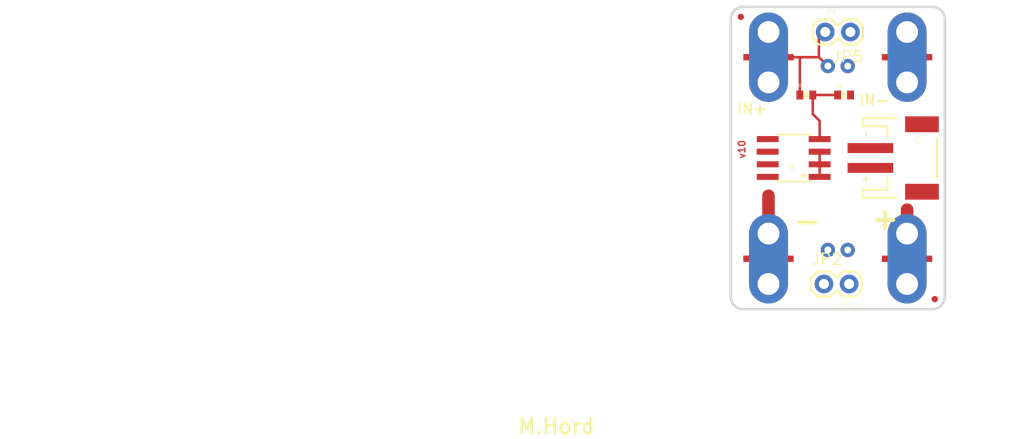
<source format=kicad_pcb>
(kicad_pcb (version 20211014) (generator pcbnew)
  (layers (0 "F.Cu" signal) (1 "In1.Cu" signal) (2 "In2.Cu" signal) (31 "B.Cu" signal) (34 "B.Paste" user) (35 "F.Paste" user) (36 "B.SilkS" user "B.Silkscreen") (37 "F.SilkS" user "F.Silkscreen") (38 "B.Mask" user) (39 "F.Mask" user) (44 "Edge.Cuts" user))
  (net 0 "")
  (net 1 "GND")
  (net 2 "OUT-")
  (net 3 "TRIG+")
  (net 4 "V_BATT")
  (net 5 "N$1")
  (footprint "boardEagle:BUTTONHOLE" (layer "F.Cu") (at 141.5161 112.6236 -90)
    (fp_text reference "BH4" hide)
    (fp_text value "OUT-" hide)
    (fp_poly (pts (xy 5.36017 -1.948624) (xy 5.634637 -1.888917) (xy 5.897812 -1.790758) (xy 6.144339 -1.656144) (xy 6.3692 -1.487816) (xy 6.567816 -1.2892) (xy 6.736144 -1.064339) (xy 6.870758 -0.817812) (xy 6.968917 -0.554637) (xy 7.028624 -0.28017) (xy 7.048662 0) (xy 7.028624 0.28017) (xy 6.968917 0.554637) (xy 6.870758 0.817812) (xy 6.736144 1.064339) (xy 6.567816 1.2892) (xy 6.3692 1.487816) (xy 6.144339 1.656144) (xy 5.897812 1.790758) (xy 5.634637 1.888917) (xy 5.36017 1.948624) (xy 5.082268 1.9685) (xy -0.002268 1.9685) (xy -0.28017 1.948624) (xy -0.554637 1.888917) (xy -0.817812 1.790758) (xy -1.064339 1.656144) (xy -1.2892 1.487816) (xy -1.487816 1.2892) (xy -1.656144 1.064339) (xy -1.790758 0.817812) (xy -1.888917 0.554637) (xy -1.948624 0.28017) (xy -1.968662 0) (xy -1.948624 -0.28017) (xy -1.888917 -0.554637) (xy -1.790758 -0.817812) (xy -1.656144 -1.064339) (xy -1.487816 -1.2892) (xy -1.2892 -1.487816) (xy -1.064339 -1.656144) (xy -0.817812 -1.790758) (xy -0.554637 -1.888917) (xy -0.28017 -1.948624) (xy -0.002268 -1.9685) (xy 5.082268 -1.9685)) (layer "F.Cu") (width 0) (fill solid))
    (fp_poly (pts (xy 5.36017 -1.948624) (xy 5.634637 -1.888917) (xy 5.897812 -1.790758) (xy 6.144339 -1.656144) (xy 6.3692 -1.487816) (xy 6.567816 -1.2892) (xy 6.736144 -1.064339) (xy 6.870758 -0.817812) (xy 6.968917 -0.554637) (xy 7.028624 -0.28017) (xy 7.048662 0) (xy 7.028624 0.28017) (xy 6.968917 0.554637) (xy 6.870758 0.817812) (xy 6.736144 1.064339) (xy 6.567816 1.2892) (xy 6.3692 1.487816) (xy 6.144339 1.656144) (xy 5.897812 1.790758) (xy 5.634637 1.888917) (xy 5.36017 1.948624) (xy 5.082268 1.9685) (xy -0.002268 1.9685) (xy -0.28017 1.948624) (xy -0.554637 1.888917) (xy -0.817812 1.790758) (xy -1.064339 1.656144) (xy -1.2892 1.487816) (xy -1.487816 1.2892) (xy -1.656144 1.064339) (xy -1.790758 0.817812) (xy -1.888917 0.554637) (xy -1.948624 0.28017) (xy -1.968662 0) (xy -1.948624 -0.28017) (xy -1.888917 -0.554637) (xy -1.790758 -0.817812) (xy -1.656144 -1.064339) (xy -1.487816 -1.2892) (xy -1.2892 -1.487816) (xy -1.064339 -1.656144) (xy -0.817812 -1.790758) (xy -0.554637 -1.888917) (xy -0.28017 -1.948624) (xy -0.002268 -1.9685) (xy 5.082268 -1.9685)) (layer "B.Cu") (width 0) (fill solid))
    (pad "1" thru_hole circle (at 0 0 270) (size 3.81 3.81) (drill 2.2) (layers *.Cu *.Mask))
    (pad "P$1" smd rect (at 2.54 -1.905) (size 1.27 0.635) (layers "F.Cu" "F.Paste" "F.Mask") (net 2 "OUT-"))
    (pad "P$2" thru_hole circle (at 5.08 0 270) (size 3.81 3.81) (drill 2.2) (layers *.Cu *.Mask))
    (pad "P$3" smd rect (at 2.54 1.905) (size 1.27 0.635) (layers "F.Cu" "F.Paste" "F.Mask"))
  )
  (footprint "boardEagle:JST-2-SMD" (layer "F.Cu") (at 155.4861 105.0036 -90)
    (fp_text reference "JP1" (at -1.27 -1.27 -90) (layer "F.SilkS") (effects (font (size 0.373888 0.373888) (thickness 0.032512)) (justify left bottom)))
    (fp_text value "JST-SMT")
    (fp_line (start 4 4.5) (end 4 1) (layer "F.SilkS") (width 0.2032))
    (fp_line (start 2 -3) (end -2 -3) (layer "F.SilkS") (width 0.2032))
    (fp_line (start 2 2) (end 3.2 2) (layer "F.SilkS") (width 0.2032))
    (fp_line (start -3.2 2) (end -2 2) (layer "F.SilkS") (width 0.2032))
    (fp_line (start -4 4.5) (end -3.2 4.5) (layer "F.SilkS") (width 0.2032))
    (fp_line (start -3.2 4.5) (end -3.2 2) (layer "F.SilkS") (width 0.2032))
    (fp_line (start 3.2 4.5) (end 4 4.5) (layer "F.SilkS") (width 0.2032))
    (fp_line (start 3.2 2) (end 3.2 4.5) (layer "F.SilkS") (width 0.2032))
    (fp_line (start -4 1) (end -4 4.5) (layer "F.SilkS") (width 0.2032))
    (pad "1" smd rect (at -1 3.7 270) (size 1 4.6) (layers "F.Cu" "F.Paste" "F.Mask") (net 1 "GND"))
    (pad "2" smd rect (at 1 3.7 270) (size 1 4.6) (layers "F.Cu" "F.Paste" "F.Mask") (net 4 "V_BATT"))
    (pad "NC1" smd rect (at -3.4 -1.5) (size 3.4 1.6) (layers "F.Cu" "F.Paste" "F.Mask"))
    (pad "NC2" smd rect (at 3.4 -1.5) (size 3.4 1.6) (layers "F.Cu" "F.Paste" "F.Mask"))
  )
  (footprint "boardEagle:0402-RES" (layer "F.Cu") (at 149.1361 98.6536)
    (fp_text reference "R2" (at -0.889 -0.6985) (layer "F.SilkS") (effects (font (size 0.373888 0.373888) (thickness 0.032512)) (justify left bottom)))
    (fp_text value "1M")
    (fp_poly (pts (xy -0.2032 0.3556) (xy 0.2032 0.3556) (xy 0.2032 -0.3556) (xy -0.2032 -0.3556)) (layer "F.SilkS") (width 0) (fill solid))
    (pad "1" smd rect (at -0.65 0) (size 0.7 0.9) (layers "F.Cu" "F.Paste" "F.Mask") (net 5 "N$1"))
    (pad "2" smd rect (at 0.65 0) (size 0.7 0.9) (layers "F.Cu" "F.Paste" "F.Mask") (net 1 "GND"))
  )
  (footprint "boardEagle:BUTTONHOLE" (layer "F.Cu") (at 141.5161 92.3036 -90)
    (fp_text reference "BH1" hide)
    (fp_text value "TRIG+" hide)
    (fp_poly (pts (xy 5.36017 -1.948624) (xy 5.634637 -1.888917) (xy 5.897812 -1.790758) (xy 6.144339 -1.656144) (xy 6.3692 -1.487816) (xy 6.567816 -1.2892) (xy 6.736144 -1.064339) (xy 6.870758 -0.817812) (xy 6.968917 -0.554637) (xy 7.028624 -0.28017) (xy 7.048662 0) (xy 7.028624 0.28017) (xy 6.968917 0.554637) (xy 6.870758 0.817812) (xy 6.736144 1.064339) (xy 6.567816 1.2892) (xy 6.3692 1.487816) (xy 6.144339 1.656144) (xy 5.897812 1.790758) (xy 5.634637 1.888917) (xy 5.36017 1.948624) (xy 5.082268 1.9685) (xy -0.002268 1.9685) (xy -0.28017 1.948624) (xy -0.554637 1.888917) (xy -0.817812 1.790758) (xy -1.064339 1.656144) (xy -1.2892 1.487816) (xy -1.487816 1.2892) (xy -1.656144 1.064339) (xy -1.790758 0.817812) (xy -1.888917 0.554637) (xy -1.948624 0.28017) (xy -1.968662 0) (xy -1.948624 -0.28017) (xy -1.888917 -0.554637) (xy -1.790758 -0.817812) (xy -1.656144 -1.064339) (xy -1.487816 -1.2892) (xy -1.2892 -1.487816) (xy -1.064339 -1.656144) (xy -0.817812 -1.790758) (xy -0.554637 -1.888917) (xy -0.28017 -1.948624) (xy -0.002268 -1.9685) (xy 5.082268 -1.9685)) (layer "F.Cu") (width 0) (fill solid))
    (fp_poly (pts (xy 5.36017 -1.948624) (xy 5.634637 -1.888917) (xy 5.897812 -1.790758) (xy 6.144339 -1.656144) (xy 6.3692 -1.487816) (xy 6.567816 -1.2892) (xy 6.736144 -1.064339) (xy 6.870758 -0.817812) (xy 6.968917 -0.554637) (xy 7.028624 -0.28017) (xy 7.048662 0) (xy 7.028624 0.28017) (xy 6.968917 0.554637) (xy 6.870758 0.817812) (xy 6.736144 1.064339) (xy 6.567816 1.2892) (xy 6.3692 1.487816) (xy 6.144339 1.656144) (xy 5.897812 1.790758) (xy 5.634637 1.888917) (xy 5.36017 1.948624) (xy 5.082268 1.9685) (xy -0.002268 1.9685) (xy -0.28017 1.948624) (xy -0.554637 1.888917) (xy -0.817812 1.790758) (xy -1.064339 1.656144) (xy -1.2892 1.487816) (xy -1.487816 1.2892) (xy -1.656144 1.064339) (xy -1.790758 0.817812) (xy -1.888917 0.554637) (xy -1.948624 0.28017) (xy -1.968662 0) (xy -1.948624 -0.28017) (xy -1.888917 -0.554637) (xy -1.790758 -0.817812) (xy -1.656144 -1.064339) (xy -1.487816 -1.2892) (xy -1.2892 -1.487816) (xy -1.064339 -1.656144) (xy -0.817812 -1.790758) (xy -0.554637 -1.888917) (xy -0.28017 -1.948624) (xy -0.002268 -1.9685) (xy 5.082268 -1.9685)) (layer "B.Cu") (width 0) (fill solid))
    (pad "1" thru_hole circle (at 0 0 270) (size 3.81 3.81) (drill 2.2) (layers *.Cu *.Mask))
    (pad "P$1" smd rect (at 2.54 -1.905) (size 1.27 0.635) (layers "F.Cu" "F.Paste" "F.Mask") (net 3 "TRIG+"))
    (pad "P$2" thru_hole circle (at 5.08 0 270) (size 3.81 3.81) (drill 2.2) (layers *.Cu *.Mask))
    (pad "P$3" smd rect (at 2.54 1.905) (size 1.27 0.635) (layers "F.Cu" "F.Paste" "F.Mask"))
  )
  (footprint "boardEagle:MICRO-FIDUCIAL" (layer "F.Cu") (at 158.2801 119.2276)
    (fp_text reference "JP6" hide)
    (fp_text value "FIDUCIALUFIDUCIAL" hide)
    (pad "1" smd roundrect (at 0 0) (size 0.635 0.635) (layers "F.Cu" "F.Mask") (roundrect_rratio 0.5))
  )
  (footprint "boardEagle:JST-2-PTH-NS" (layer "F.Cu") (at 148.5011 95.7326)
    (fp_text reference "JP3" (at -1.27 -5.27) (layer "F.SilkS") (effects (font (size 0.373888 0.373888) (thickness 0.032512)) (justify left bottom)))
    (fp_text value "JST-PTH")
    (pad "1" thru_hole circle (at -1 0) (size 1.4478 1.4478) (drill 0.7) (layers *.Cu *.Mask) (net 3 "TRIG+"))
    (pad "2" thru_hole circle (at 1 0) (size 1.4478 1.4478) (drill 0.7) (layers *.Cu *.Mask) (net 1 "GND"))
  )
  (footprint "boardEagle:MICRO-FIDUCIAL" (layer "F.Cu") (at 138.7221 90.7796)
    (fp_text reference "JP7" hide)
    (fp_text value "FIDUCIALUFIDUCIAL" hide)
    (pad "1" smd roundrect (at 0 0) (size 0.635 0.635) (layers "F.Cu" "F.Mask") (roundrect_rratio 0.5))
  )
  (footprint "boardEagle:JST-2-PTH-NS" (layer "F.Cu") (at 148.5011 114.2746 180)
    (fp_text reference "JP4" (at -1.27 -5.27 180) (layer "F.SilkS") (effects (font (size 0.373888 0.373888) (thickness 0.032512)) (justify right top)))
    (fp_text value "JST-PTH")
    (pad "1" thru_hole circle (at -1 0 180) (size 1.4478 1.4478) (drill 0.7) (layers *.Cu *.Mask) (net 4 "V_BATT"))
    (pad "2" thru_hole circle (at 1 0 180) (size 1.4478 1.4478) (drill 0.7) (layers *.Cu *.Mask) (net 2 "OUT-"))
  )
  (footprint "boardEagle:0402-RES" (layer "F.Cu") (at 145.3261 98.6536)
    (fp_text reference "R1" (at -0.889 -0.6985) (layer "F.SilkS") (effects (font (size 0.373888 0.373888) (thickness 0.032512)) (justify left bottom)))
    (fp_text value "10k")
    (fp_poly (pts (xy -0.2032 0.3556) (xy 0.2032 0.3556) (xy 0.2032 -0.3556) (xy -0.2032 -0.3556)) (layer "F.SilkS") (width 0) (fill solid))
    (pad "1" smd rect (at -0.65 0) (size 0.7 0.9) (layers "F.Cu" "F.Paste" "F.Mask") (net 3 "TRIG+"))
    (pad "2" smd rect (at 0.65 0) (size 0.7 0.9) (layers "F.Cu" "F.Paste" "F.Mask") (net 5 "N$1"))
  )
  (footprint "boardEagle:SO08" (layer "F.Cu") (at 144.0561 105.0036 90)
    (fp_text reference "Q1" (at -1.27 0 90) (layer "F.SilkS") (effects (font (size 0.373888 0.373888) (thickness 0.032512)) (justify left bottom)))
    (fp_text value "FDS6630A")
    (fp_line (start 2.362 1.803) (end 2.362 -1.803) (layer "F.SilkS") (width 0.1524))
    (fp_line (start -2.362 -1.803) (end -2.362 1.803) (layer "F.SilkS") (width 0.1524))
    (fp_circle (center -1.8034 0.9906) (end -1.6598 0.9906) (layer "F.SilkS") (width 0.2032) (fill none))
    (pad "1" smd rect (at -1.905 2.6162 90) (size 0.6096 2.2098) (layers "F.Cu" "F.Paste" "F.Mask") (net 1 "GND"))
    (pad "2" smd rect (at -0.635 2.6162 90) (size 0.6096 2.2098) (layers "F.Cu" "F.Paste" "F.Mask") (net 1 "GND"))
    (pad "3" smd rect (at 0.635 2.6162 90) (size 0.6096 2.2098) (layers "F.Cu" "F.Paste" "F.Mask") (net 1 "GND"))
    (pad "4" smd rect (at 1.905 2.6162 90) (size 0.6096 2.2098) (layers "F.Cu" "F.Paste" "F.Mask") (net 5 "N$1"))
    (pad "5" smd rect (at 1.905 -2.6162 90) (size 0.6096 2.2098) (layers "F.Cu" "F.Paste" "F.Mask") (net 2 "OUT-"))
    (pad "6" smd rect (at 0.635 -2.6162 90) (size 0.6096 2.2098) (layers "F.Cu" "F.Paste" "F.Mask") (net 2 "OUT-"))
    (pad "7" smd rect (at -0.635 -2.6162 90) (size 0.6096 2.2098) (layers "F.Cu" "F.Paste" "F.Mask") (net 2 "OUT-"))
    (pad "8" smd rect (at -1.905 -2.6162 90) (size 0.6096 2.2098) (layers "F.Cu" "F.Paste" "F.Mask") (net 2 "OUT-"))
  )
  (footprint "boardEagle:CREATIVE_COMMONS" (layer "F.Cu") (at 84.3661 132.9436)
    (fp_text reference "FRAME1" hide)
    (fp_text value "FRAME-LETTER" hide)
  )
  (footprint "boardEagle:1X02" (layer "F.Cu") (at 149.7711 92.3036 180)
    (fp_text reference "JP5" (at -1.3462 -1.8288 180) (layer "F.SilkS") (effects (font (size 1.143 1.143) (thickness 0.127)) (justify right top)))
    (fp_text value "")
    (fp_line (start 3.175 1.27) (end 1.905 1.27) (layer "F.SilkS") (width 0.2032))
    (fp_line (start -1.27 0.635) (end -0.635 1.27) (layer "F.SilkS") (width 0.2032))
    (fp_line (start 1.27 -0.635) (end 1.905 -1.27) (layer "F.SilkS") (width 0.2032))
    (fp_line (start 1.27 0.635) (end 0.635 1.27) (layer "F.SilkS") (width 0.2032))
    (fp_line (start 3.81 -0.635) (end 3.81 0.635) (layer "F.SilkS") (width 0.2032))
    (fp_line (start 1.905 1.27) (end 1.27 0.635) (layer "F.SilkS") (width 0.2032))
    (fp_line (start 3.81 0.635) (end 3.175 1.27) (layer "F.SilkS") (width 0.2032))
    (fp_line (start -0.635 -1.27) (end 0.635 -1.27) (layer "F.SilkS") (width 0.2032))
    (fp_line (start 0.635 -1.27) (end 1.27 -0.635) (layer "F.SilkS") (width 0.2032))
    (fp_line (start 1.905 -1.27) (end 3.175 -1.27) (layer "F.SilkS") (width 0.2032))
    (fp_line (start -1.27 -0.635) (end -1.27 0.635) (layer "F.SilkS") (width 0.2032))
    (fp_line (start -0.635 -1.27) (end -1.27 -0.635) (layer "F.SilkS") (width 0.2032))
    (fp_line (start 0.635 1.27) (end -0.635 1.27) (layer "F.SilkS") (width 0.2032))
    (fp_line (start 3.175 -1.27) (end 3.81 -0.635) (layer "F.SilkS") (width 0.2032))
    (pad "1" thru_hole circle (at 0 0 270) (size 1.8796 1.8796) (drill 1.016) (layers *.Cu *.Mask) (net 1 "GND"))
    (pad "2" thru_hole circle (at 2.54 0 270) (size 1.8796 1.8796) (drill 1.016) (layers *.Cu *.Mask) (net 3 "TRIG+"))
  )
  (footprint "boardEagle:1X02" (layer "F.Cu") (at 147.1041 117.7036)
    (fp_text reference "JP2" (at -1.3462 -1.8288) (layer "F.SilkS") (effects (font (size 1.143 1.143) (thickness 0.127)) (justify left bottom)))
    (fp_text value "")
    (fp_line (start 3.175 -1.27) (end 3.81 -0.635) (layer "F.SilkS") (width 0.2032))
    (fp_line (start 0.635 -1.27) (end 1.27 -0.635) (layer "F.SilkS") (width 0.2032))
    (fp_line (start -1.27 -0.635) (end -1.27 0.635) (layer "F.SilkS") (width 0.2032))
    (fp_line (start 0.635 1.27) (end -0.635 1.27) (layer "F.SilkS") (width 0.2032))
    (fp_line (start 1.27 0.635) (end 0.635 1.27) (layer "F.SilkS") (width 0.2032))
    (fp_line (start 1.905 1.27) (end 1.27 0.635) (layer "F.SilkS") (width 0.2032))
    (fp_line (start 1.905 -1.27) (end 3.175 -1.27) (layer "F.SilkS") (width 0.2032))
    (fp_line (start -1.27 0.635) (end -0.635 1.27) (layer "F.SilkS") (width 0.2032))
    (fp_line (start 3.81 0.635) (end 3.175 1.27) (layer "F.SilkS") (width 0.2032))
    (fp_line (start 3.81 -0.635) (end 3.81 0.635) (layer "F.SilkS") (width 0.2032))
    (fp_line (start 3.175 1.27) (end 1.905 1.27) (layer "F.SilkS") (width 0.2032))
    (fp_line (start 1.27 -0.635) (end 1.905 -1.27) (layer "F.SilkS") (width 0.2032))
    (fp_line (start -0.635 -1.27) (end 0.635 -1.27) (layer "F.SilkS") (width 0.2032))
    (fp_line (start -0.635 -1.27) (end -1.27 -0.635) (layer "F.SilkS") (width 0.2032))
    (pad "1" thru_hole circle (at 0 0 90) (size 1.8796 1.8796) (drill 1.016) (layers *.Cu *.Mask) (net 2 "OUT-"))
    (pad "2" thru_hole circle (at 2.54 0 90) (size 1.8796 1.8796) (drill 1.016) (layers *.Cu *.Mask) (net 4 "V_BATT"))
  )
  (footprint "boardEagle:BUTTONHOLE" (layer "F.Cu") (at 155.4861 97.3836 90)
    (fp_text reference "BH2" hide)
    (fp_text value "TRIG-" hide)
    (fp_poly (pts (xy 5.36017 -1.948624) (xy 5.634637 -1.888917) (xy 5.897812 -1.790758) (xy 6.144339 -1.656144) (xy 6.3692 -1.487816) (xy 6.567816 -1.2892) (xy 6.736144 -1.064339) (xy 6.870758 -0.817812) (xy 6.968917 -0.554637) (xy 7.028624 -0.28017) (xy 7.048662 0) (xy 7.028624 0.28017) (xy 6.968917 0.554637) (xy 6.870758 0.817812) (xy 6.736144 1.064339) (xy 6.567816 1.2892) (xy 6.3692 1.487816) (xy 6.144339 1.656144) (xy 5.897812 1.790758) (xy 5.634637 1.888917) (xy 5.36017 1.948624) (xy 5.082268 1.9685) (xy -0.002268 1.9685) (xy -0.28017 1.948624) (xy -0.554637 1.888917) (xy -0.817812 1.790758) (xy -1.064339 1.656144) (xy -1.2892 1.487816) (xy -1.487816 1.2892) (xy -1.656144 1.064339) (xy -1.790758 0.817812) (xy -1.888917 0.554637) (xy -1.948624 0.28017) (xy -1.968662 0) (xy -1.948624 -0.28017) (xy -1.888917 -0.554637) (xy -1.790758 -0.817812) (xy -1.656144 -1.064339) (xy -1.487816 -1.2892) (xy -1.2892 -1.487816) (xy -1.064339 -1.656144) (xy -0.817812 -1.790758) (xy -0.554637 -1.888917) (xy -0.28017 -1.948624) (xy -0.002268 -1.9685) (xy 5.082268 -1.9685)) (layer "F.Cu") (width 0) (fill solid))
    (fp_poly (pts (xy 5.36017 -1.948624) (xy 5.634637 -1.888917) (xy 5.897812 -1.790758) (xy 6.144339 -1.656144) (xy 6.3692 -1.487816) (xy 6.567816 -1.2892) (xy 6.736144 -1.064339) (xy 6.870758 -0.817812) (xy 6.968917 -0.554637) (xy 7.028624 -0.28017) (xy 7.048662 0) (xy 7.028624 0.28017) (xy 6.968917 0.554637) (xy 6.870758 0.817812) (xy 6.736144 1.064339) (xy 6.567816 1.2892) (xy 6.3692 1.487816) (xy 6.144339 1.656144) (xy 5.897812 1.790758) (xy 5.634637 1.888917) (xy 5.36017 1.948624) (xy 5.082268 1.9685) (xy -0.002268 1.9685) (xy -0.28017 1.948624) (xy -0.554637 1.888917) (xy -0.817812 1.790758) (xy -1.064339 1.656144) (xy -1.2892 1.487816) (xy -1.487816 1.2892) (xy -1.656144 1.064339) (xy -1.790758 0.817812) (xy -1.888917 0.554637) (xy -1.948624 0.28017) (xy -1.968662 0) (xy -1.948624 -0.28017) (xy -1.888917 -0.554637) (xy -1.790758 -0.817812) (xy -1.656144 -1.064339) (xy -1.487816 -1.2892) (xy -1.2892 -1.487816) (xy -1.064339 -1.656144) (xy -0.817812 -1.790758) (xy -0.554637 -1.888917) (xy -0.28017 -1.948624) (xy -0.002268 -1.9685) (xy 5.082268 -1.9685)) (layer "B.Cu") (width 0) (fill solid))
    (pad "1" thru_hole circle (at 0 0 90) (size 3.81 3.81) (drill 2.2) (layers *.Cu *.Mask))
    (pad "P$1" smd rect (at 2.54 -1.905 180) (size 1.27 0.635) (layers "F.Cu" "F.Paste" "F.Mask") (net 1 "GND"))
    (pad "P$2" thru_hole circle (at 5.08 0 90) (size 3.81 3.81) (drill 2.2) (layers *.Cu *.Mask))
    (pad "P$3" smd rect (at 2.54 1.905 180) (size 1.27 0.635) (layers "F.Cu" "F.Paste" "F.Mask"))
  )
  (footprint "boardEagle:BUTTONHOLE" (layer "F.Cu") (at 155.4861 117.7036 90)
    (fp_text reference "BH3" hide)
    (fp_text value "OUT+" hide)
    (fp_poly (pts (xy 5.36017 -1.948624) (xy 5.634637 -1.888917) (xy 5.897812 -1.790758) (xy 6.144339 -1.656144) (xy 6.3692 -1.487816) (xy 6.567816 -1.2892) (xy 6.736144 -1.064339) (xy 6.870758 -0.817812) (xy 6.968917 -0.554637) (xy 7.028624 -0.28017) (xy 7.048662 0) (xy 7.028624 0.28017) (xy 6.968917 0.554637) (xy 6.870758 0.817812) (xy 6.736144 1.064339) (xy 6.567816 1.2892) (xy 6.3692 1.487816) (xy 6.144339 1.656144) (xy 5.897812 1.790758) (xy 5.634637 1.888917) (xy 5.36017 1.948624) (xy 5.082268 1.9685) (xy -0.002268 1.9685) (xy -0.28017 1.948624) (xy -0.554637 1.888917) (xy -0.817812 1.790758) (xy -1.064339 1.656144) (xy -1.2892 1.487816) (xy -1.487816 1.2892) (xy -1.656144 1.064339) (xy -1.790758 0.817812) (xy -1.888917 0.554637) (xy -1.948624 0.28017) (xy -1.968662 0) (xy -1.948624 -0.28017) (xy -1.888917 -0.554637) (xy -1.790758 -0.817812) (xy -1.656144 -1.064339) (xy -1.487816 -1.2892) (xy -1.2892 -1.487816) (xy -1.064339 -1.656144) (xy -0.817812 -1.790758) (xy -0.554637 -1.888917) (xy -0.28017 -1.948624) (xy -0.002268 -1.9685) (xy 5.082268 -1.9685)) (layer "F.Cu") (width 0) (fill solid))
    (fp_poly (pts (xy 5.36017 -1.948624) (xy 5.634637 -1.888917) (xy 5.897812 -1.790758) (xy 6.144339 -1.656144) (xy 6.3692 -1.487816) (xy 6.567816 -1.2892) (xy 6.736144 -1.064339) (xy 6.870758 -0.817812) (xy 6.968917 -0.554637) (xy 7.028624 -0.28017) (xy 7.048662 0) (xy 7.028624 0.28017) (xy 6.968917 0.554637) (xy 6.870758 0.817812) (xy 6.736144 1.064339) (xy 6.567816 1.2892) (xy 6.3692 1.487816) (xy 6.144339 1.656144) (xy 5.897812 1.790758) (xy 5.634637 1.888917) (xy 5.36017 1.948624) (xy 5.082268 1.9685) (xy -0.002268 1.9685) (xy -0.28017 1.948624) (xy -0.554637 1.888917) (xy -0.817812 1.790758) (xy -1.064339 1.656144) (xy -1.2892 1.487816) (xy -1.487816 1.2892) (xy -1.656144 1.064339) (xy -1.790758 0.817812) (xy -1.888917 0.554637) (xy -1.948624 0.28017) (xy -1.968662 0) (xy -1.948624 -0.28017) (xy -1.888917 -0.554637) (xy -1.790758 -0.817812) (xy -1.656144 -1.064339) (xy -1.487816 -1.2892) (xy -1.2892 -1.487816) (xy -1.064339 -1.656144) (xy -0.817812 -1.790758) (xy -0.554637 -1.888917) (xy -0.28017 -1.948624) (xy -0.002268 -1.9685) (xy 5.082268 -1.9685)) (layer "B.Cu") (width 0) (fill solid))
    (pad "1" thru_hole circle (at 0 0 90) (size 3.81 3.81) (drill 2.2) (layers *.Cu *.Mask))
    (pad "P$1" smd rect (at 2.54 -1.905 180) (size 1.27 0.635) (layers "F.Cu" "F.Paste" "F.Mask") (net 4 "V_BATT"))
    (pad "P$2" thru_hole circle (at 5.08 0 90) (size 3.81 3.81) (drill 2.2) (layers *.Cu *.Mask))
    (pad "P$3" smd rect (at 2.54 1.905 180) (size 1.27 0.635) (layers "F.Cu" "F.Paste" "F.Mask"))
  )
  (gr_line (start 138.9761 120.2436) (end 158.0261 120.2436) (layer "Edge.Cuts") (width 0.254))
  (gr_arc (start 137.7061 91.0336) (mid 138.078074 90.135574) (end 138.9761 89.7636) (layer "Edge.Cuts") (width 0.254))
  (gr_line (start 137.7061 118.9736) (end 137.7061 91.0336) (layer "Edge.Cuts") (width 0.254))
  (gr_arc (start 158.0261 89.7636) (mid 158.924126 90.135574) (end 159.2961 91.0336) (layer "Edge.Cuts") (width 0.254))
  (gr_line (start 159.2961 91.0336) (end 159.2961 118.9736) (layer "Edge.Cuts") (width 0.254))
  (gr_line (start 138.9761 89.7636) (end 158.0261 89.7636) (layer "Edge.Cuts") (width 0.254))
  (gr_arc (start 159.2961 118.9736) (mid 158.924126 119.871626) (end 158.0261 120.2436) (layer "Edge.Cuts") (width 0.254))
  (gr_arc (start 138.9761 120.2436) (mid 138.078074 119.871626) (end 137.7061 118.9736) (layer "Edge.Cuts") (width 0.254))
  (gr_text "v10" (at 139.2301 105.1306 90) (layer "F.Cu") (effects (font (size 0.69088 0.69088) (thickness 0.12192)) (justify left bottom)))
  (gr_text "+" (at 151.6761 107.6706 90) (layer "F.SilkS") (effects (font (size 0.69088 0.69088) (thickness 0.12192)) (justify left bottom)))
  (gr_text "M.Hord" (at 116.1161 132.9436) (layer "F.SilkS") (effects (font (size 1.5113 1.5113) (thickness 0.2667)) (justify left bottom)))
  (gr_text "-" (at 143.8021 112.6236) (layer "F.SilkS") (effects (font (size 2.159 2.159) (thickness 0.381)) (justify left bottom)))
  (gr_text "IN+" (at 138.2141 100.6856) (layer "F.SilkS") (effects (font (size 1.0795 1.0795) (thickness 0.1905)) (justify left bottom)))
  (gr_text "+" (at 151.6761 112.3696) (layer "F.SilkS") (effects (font (size 2.159 2.159) (thickness 0.381)) (justify left bottom)))
  (gr_text "-" (at 151.6761 103.0986 90) (layer "F.SilkS") (effects (font (size 0.69088 0.69088) (thickness 0.12192)) (justify left bottom)))
  (gr_text "IN-" (at 150.5331 99.7966) (layer "F.SilkS") (effects (font (size 1.0795 1.0795) (thickness 0.1905)) (justify left bottom)))
  (segment (start 146.6723 104.3686) (end 146.6723 105.6386) (width 0.254) (layer "F.Cu") (net 1))
  (segment (start 146.6723 105.6386) (end 146.6723 106.9086) (width 0.254) (layer "F.Cu") (net 1))
  (segment (start 141.5161 108.8136) (end 141.5161 112.6236) (width 1.27) (layer "F.Cu") (net 2))
  (segment (start 146.5961 94.8436) (end 147.5011 95.7326) (width 0.254) (layer "F.Cu") (net 3))
  (segment (start 146.5961 92.9386) (end 147.2311 92.3036) (width 0.254) (layer "F.Cu") (net 3))
  (segment (start 144.6761 98.6536) (end 144.6761 94.9856) (width 0.254) (layer "F.Cu") (net 3))
  (segment (start 143.4211 94.8436) (end 144.8181 94.8436) (width 0.254) (layer "F.Cu") (net 3))
  (segment (start 144.8181 94.8436) (end 146.5961 94.8436) (width 0.254) (layer "F.Cu") (net 3))
  (segment (start 146.5961 94.8436) (end 146.5961 92.9386) (width 0.254) (layer "F.Cu") (net 3))
  (segment (start 144.6761 94.9856) (end 144.8181 94.8436) (width 0.254) (layer "F.Cu") (net 3))
  (segment (start 155.4861 110.2106) (end 155.4861 112.6236) (width 1.27) (layer "F.Cu") (net 4))
  (segment (start 145.9761 98.6536) (end 145.9761 100.5736) (width 0.254) (layer "F.Cu") (net 5))
  (segment (start 145.9761 98.6536) (end 148.4861 98.6536) (width 0.254) (layer "F.Cu") (net 5))
  (segment (start 146.6723 103.0986) (end 146.6723 101.2698) (width 0.254) (layer "F.Cu") (net 5))
  (segment (start 145.9761 100.5736) (end 146.6723 101.2698) (width 0.254) (layer "F.Cu") (net 5))
)
</source>
